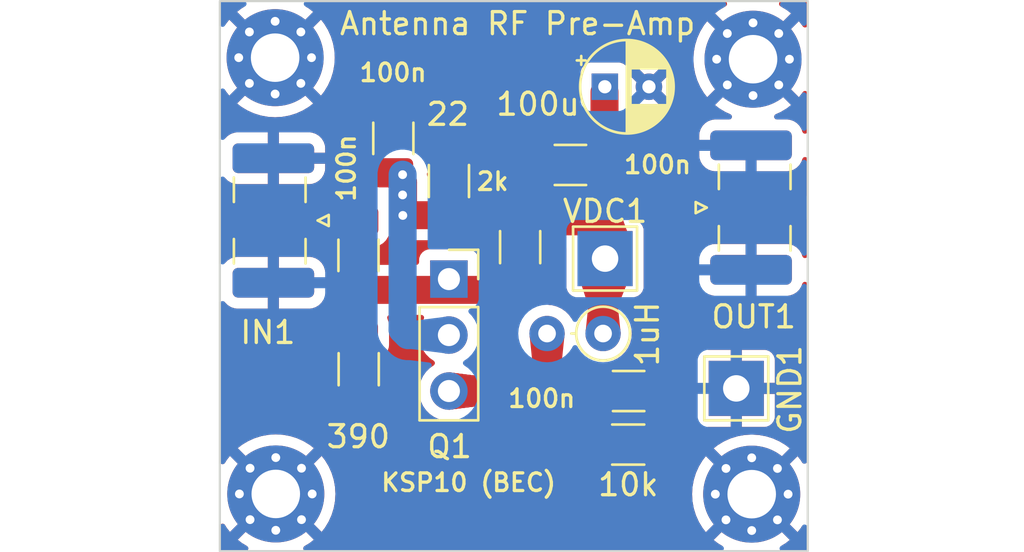
<source format=kicad_pcb>
(kicad_pcb (version 20240225) (generator "pcbnew") (generator_version "8.99")
  (layers (0 "F.Cu" signal) (31 "B.Cu" signal) (34 "B.Paste" user) (35 "F.Paste" user) (36 "B.SilkS" user "B.Silkscreen") (37 "F.SilkS" user "F.Silkscreen") (38 "B.Mask" user) (39 "F.Mask" user) (44 "Edge.Cuts" user))
  (net 0 "")
  (net 1 "GND")
  (net 2 "Net-(IN1-In)")
  (net 3 "Net-(OUT1-In)")
  (net 4 "+12V")
  (net 5 "Net-(Q1-B)")
  (net 6 "Net-(Q1-E)")
  (net 7 "Net-(Q1-C)")
  (footprint "Capacitor_SMD:C_1206_3216Metric_Pad1.33x1.80mm_HandSolder" (layer "F.Cu") (at 101.24 100.5)
    (property "Reference" "C2" (hide yes))
    (property "Value" "100n" (at 3.95 -0.01 180) (layer "F.SilkS") (effects (font (size 0.8 0.8))))
    (fp_line (start -0.711252 -0.91) (end 0.711252 -0.91) (stroke (width 0.12)) (layer "F.SilkS"))
    (fp_line (start -0.711252 0.91) (end 0.711252 0.91) (stroke (width 0.12)) (layer "F.SilkS"))
    (pad "1" smd roundrect (at -1.5625 0) (size 1.325 1.8) (layers "F.Cu" "F.Paste" "F.Mask") (roundrect_rratio 0.188679) (net 1 "GND"))
    (pad "2" smd roundrect (at 1.5625 0) (size 1.325 1.8) (layers "F.Cu" "F.Paste" "F.Mask") (roundrect_rratio 0.188679) (net 4 "+12V"))
  )
  (footprint "Resistor_SMD:R_1206_3216Metric_Pad1.30x1.75mm_HandSolder" (layer "F.Cu") (at 103.86 113.19)
    (property "Reference" "R2" (hide yes))
    (property "Value" "10k" (at 0 1.82 0) (layer "F.SilkS"))
    (fp_line (start -0.727064 -0.91) (end 0.727064 -0.91) (stroke (width 0.12)) (layer "F.SilkS"))
    (fp_line (start -0.727064 0.91) (end 0.727064 0.91) (stroke (width 0.12)) (layer "F.SilkS"))
    (pad "1" smd roundrect (at -1.55 0) (size 1.3 1.75) (layers "F.Cu" "F.Paste" "F.Mask") (roundrect_rratio 0.192308) (net 1 "GND"))
    (pad "2" smd roundrect (at 1.55 0) (size 1.3 1.75) (layers "F.Cu" "F.Paste" "F.Mask") (roundrect_rratio 0.192308) (net 3 "Net-(OUT1-In)"))
  )
  (footprint "TestPoint:TestPoint_THTPad_2.5x2.5mm_Drill1.2mm" (layer "F.Cu") (at 102.81 104.75)
    (property "Reference" "VDC1" (at 0 -2.148 0) (layer "F.SilkS"))
    (property "Value" "Conn_01x01" (hide yes))
    (fp_line (start -1.45 -1.45) (end 1.45 -1.45) (stroke (width 0.12)) (layer "F.SilkS"))
    (fp_line (start -1.45 1.45) (end -1.45 -1.45) (stroke (width 0.12)) (layer "F.SilkS"))
    (fp_line (start 1.45 -1.45) (end 1.45 1.45) (stroke (width 0.12)) (layer "F.SilkS"))
    (fp_line (start 1.45 1.45) (end -1.45 1.45) (stroke (width 0.12)) (layer "F.SilkS"))
    (pad "1" thru_hole rect (at 0 0) (size 2.5 2.5) (drill 1.2) (layers "*.Cu" "*.Mask") (net 4 "+12V"))
  )
  (footprint "Connector_PinSocket_2.54mm:PinSocket_1x03_P2.54mm_Vertical" (layer "F.Cu") (at 95.73 105.68)
    (property "Reference" "Q1" (at 0.03 7.6 0) (layer "F.SilkS"))
    (property "Value" "KSP10" (hide yes))
    (fp_line (start -1.33 1.27) (end -1.33 6.41) (stroke (width 0.12)) (layer "F.SilkS"))
    (fp_line (start -1.33 1.27) (end 1.33 1.27) (stroke (width 0.12)) (layer "F.SilkS"))
    (fp_line (start -1.33 6.41) (end 1.33 6.41) (stroke (width 0.12)) (layer "F.SilkS"))
    (fp_line (start 0 -1.33) (end 1.33 -1.33) (stroke (width 0.12)) (layer "F.SilkS"))
    (fp_line (start 1.33 -1.33) (end 1.33 0) (stroke (width 0.12)) (layer "F.SilkS"))
    (fp_line (start 1.33 1.27) (end 1.33 6.41) (stroke (width 0.12)) (layer "F.SilkS"))
    (pad "1" thru_hole rect (at 0 0) (size 1.7 1.7) (drill 1) (layers "*.Cu" "*.Mask") (net 5 "Net-(Q1-B)"))
    (pad "2" thru_hole oval (at 0 2.54) (size 1.7 1.7) (drill 1) (layers "*.Cu" "*.Mask") (net 6 "Net-(Q1-E)"))
    (pad "3" thru_hole oval (at 0 5.08) (size 1.7 1.7) (drill 1) (layers "*.Cu" "*.Mask") (net 7 "Net-(Q1-C)"))
  )
  (footprint "Capacitor_SMD:C_1206_3216Metric_Pad1.33x1.80mm_HandSolder" (layer "F.Cu") (at 91.63 104.6025 -90)
    (property "Reference" "C1" (hide yes))
    (property "Value" "100n" (at -3.9625 0.55 90) (layer "F.SilkS") (effects (font (size 0.8 0.8))))
    (fp_line (start -0.711252 0.91) (end 0.711252 0.91) (stroke (width 0.12)) (layer "F.SilkS"))
    (fp_line (start -0.711252 -0.91) (end 0.711252 -0.91) (stroke (width 0.12)) (layer "F.SilkS"))
    (pad "1" smd roundrect (at -1.5625 0 270) (size 1.325 1.8) (layers "F.Cu" "F.Paste" "F.Mask") (roundrect_rratio 0.188679) (net 2 "Net-(IN1-In)"))
    (pad "2" smd roundrect (at 1.5625 0 270) (size 1.325 1.8) (layers "F.Cu" "F.Paste" "F.Mask") (roundrect_rratio 0.188679) (net 5 "Net-(Q1-B)"))
  )
  (footprint "Resistor_SMD:R_1206_3216Metric_Pad1.30x1.75mm_HandSolder" (layer "F.Cu") (at 95.73 101.23 -90)
    (property "Reference" "R5" (hide yes))
    (property "Value" "22" (at -3.03 0.05 180) (layer "F.SilkS"))
    (fp_line (start -0.727064 0.91) (end 0.727064 0.91) (stroke (width 0.12)) (layer "F.SilkS"))
    (fp_line (start -0.727064 -0.91) (end 0.727064 -0.91) (stroke (width 0.12)) (layer "F.SilkS"))
    (pad "1" smd roundrect (at -1.55 0 270) (size 1.3 1.75) (layers "F.Cu" "F.Paste" "F.Mask") (roundrect_rratio 0.1923076923) (net 1 "GND"))
    (pad "2" smd roundrect (at 1.55 0 270) (size 1.3 1.75) (layers "F.Cu" "F.Paste" "F.Mask") (roundrect_rratio 0.1923076923) (net 6 "Net-(Q1-E)"))
  )
  (footprint "Connector_Coaxial:SMA_Samtec_SMA-J-P-H-ST-EM1_EdgeMount" (layer "F.Cu") (at 109.68 102.435)
    (property "Reference" "OUT1" (at -0.13 4.955 180) (layer "F.SilkS"))
    (property "Value" "SMA" (hide yes))
    (fp_line (start -2.76 -0.25) (end -2.76 0.25) (stroke (width 0.12)) (layer "F.SilkS"))
    (fp_line (start -2.76 0.25) (end -2.26 0) (stroke (width 0.12)) (layer "F.SilkS"))
    (fp_line (start -2.26 0) (end -2.76 -0.25) (stroke (width 0.12)) (layer "F.SilkS"))
    (fp_line (start -1.71 -0.84) (end -1.71 -1.95) (stroke (width 0.12)) (layer "F.SilkS"))
    (fp_line (start -1.71 1.95) (end -1.71 0.84) (stroke (width 0.12)) (layer "F.SilkS"))
    (fp_line (start 1.54 -0.84) (end 1.54 -1.95) (stroke (width 0.12)) (layer "F.SilkS"))
    (fp_line (start 1.54 1.95) (end 1.54 0.84) (stroke (width 0.12)) (layer "F.SilkS"))
    (pad "1" smd roundrect (at 0 0 90) (size 1.27 3.2) (layers "F.Cu" "F.Mask") (roundrect_rratio 0.1968503937) (net 3 "Net-(OUT1-In)"))
    (pad "2" smd roundrect (at -0.25 -2.825 90) (size 1.35 3.7) (layers "F.Cu" "F.Mask") (roundrect_rratio 0.1851851852) (net 1 "GND"))
    (pad "2" smd roundrect (at -0.25 -2.825 90) (size 1.35 3.7) (layers "B.Cu" "B.Mask") (roundrect_rratio 0.1851851852) (net 1 "GND"))
    (pad "2" smd roundrect (at -0.25 2.825 90) (size 1.35 3.7) (layers "F.Cu" "F.Mask") (roundrect_rratio 0.1851851852) (net 1 "GND"))
    (pad "2" smd roundrect (at -0.25 2.825 90) (size 1.35 3.7) (layers "B.Cu" "B.Mask") (roundrect_rratio 0.1851851852) (net 1 "GND"))
  )
  (footprint "Connector_Coaxial:SMA_Samtec_SMA-J-P-H-ST-EM1_EdgeMount" (layer "F.Cu") (at 87.52 103.02 180)
    (property "Reference" "IN1" (at 0 -5.08 0) (layer "F.SilkS"))
    (property "Value" "SMA")
    (fp_line (start 1.54 1.95) (end 1.54 0.84) (stroke (width 0.12)) (layer "F.SilkS"))
    (fp_line (start 1.54 -0.84) (end 1.54 -1.95) (stroke (width 0.12)) (layer "F.SilkS"))
    (fp_line (start -1.71 1.95) (end -1.71 0.84) (stroke (width 0.12)) (layer "F.SilkS"))
    (fp_line (start -1.71 -0.84) (end -1.71 -1.95) (stroke (width 0.12)) (layer "F.SilkS"))
    (fp_line (start -2.26 0) (end -2.76 -0.25) (stroke (width 0.12)) (layer "F.SilkS"))
    (fp_line (start -2.76 0.25) (end -2.26 0) (stroke (width 0.12)) (layer "F.SilkS"))
    (fp_line (start -2.76 -0.25) (end -2.76 0.25) (stroke (width 0.12)) (layer "F.SilkS"))
    (pad "1" smd roundrect (at 0 0 270) (size 1.27 3.2) (layers "F.Cu" "F.Mask") (roundrect_rratio 0.1968503937) (net 2 "Net-(IN1-In)"))
    (pad "2" smd roundrect (at -0.25 -2.825 270) (size 1.35 3.7) (layers "F.Cu" "F.Mask") (roundrect_rratio 0.1851851852) (net 1 "GND"))
    (pad "2" smd roundrect (at -0.25 -2.825 270) (size 1.35 3.7) (layers "B.Cu" "B.Mask") (roundrect_rratio 0.1851851852) (net 1 "GND"))
    (pad "2" smd roundrect (at -0.25 2.825 270) (size 1.35 3.7) (layers "F.Cu" "F.Mask") (roundrect_rratio 0.1851851852) (net 1 "GND"))
    (pad "2" smd roundrect (at -0.25 2.825 270) (size 1.35 3.7) (layers "B.Cu" "B.Mask") (roundrect_rratio 0.1851851852) (net 1 "GND"))
  )
  (footprint "MountingHole:MountingHole_2.2mm_M2_Pad_Via" (layer "F.Cu") (at 87.85 95.63)
    (property "Reference" "H1" (hide yes))
    (property "Value" "MountingHole_Pad" (hide yes))
    (pad "1" thru_hole circle (at -1.65 0) (size 0.7 0.7) (drill 0.4) (layers "*.Cu" "*.Mask") (net 1 "GND"))
    (pad "1" thru_hole circle (at -1.166726 -1.166726) (size 0.7 0.7) (drill 0.4) (layers "*.Cu" "*.Mask") (net 1 "GND"))
    (pad "1" thru_hole circle (at -1.166726 1.166726) (size 0.7 0.7) (drill 0.4) (layers "*.Cu" "*.Mask") (net 1 "GND"))
    (pad "1" thru_hole circle (at 0 -1.65) (size 0.7 0.7) (drill 0.4) (layers "*.Cu" "*.Mask") (net 1 "GND"))
    (pad "1" thru_hole circle (at 0 0) (size 4.4 4.4) (drill 2.2) (layers "*.Cu" "*.Mask") (net 1 "GND"))
    (pad "1" thru_hole circle (at 0 1.65) (size 0.7 0.7) (drill 0.4) (layers "*.Cu" "*.Mask") (net 1 "GND"))
    (pad "1" thru_hole circle (at 1.166726 -1.166726) (size 0.7 0.7) (drill 0.4) (layers "*.Cu" "*.Mask") (net 1 "GND"))
    (pad "1" thru_hole circle (at 1.166726 1.166726) (size 0.7 0.7) (drill 0.4) (layers "*.Cu" "*.Mask") (net 1 "GND"))
    (pad "1" thru_hole circle (at 1.65 0) (size 0.7 0.7) (drill 0.4) (layers "*.Cu" "*.Mask") (net 1 "GND"))
  )
  (footprint "Capacitor_THT:CP_Radial_D4.0mm_P2.00mm" (layer "F.Cu") (at 102.8 96.95)
    (property "Reference" "C3" (hide yes))
    (property "Value" "100u" (at -3.03 0.79 0) (layer "F.SilkS"))
    (fp_line (start -1.269801 -1.195) (end -0.869801 -1.195) (stroke (width 0.12)) (layer "F.SilkS"))
    (fp_line (start -1.069801 -1.395) (end -1.069801 -0.995) (stroke (width 0.12)) (layer "F.SilkS"))
    (fp_line (start 1 -2.08) (end 1 2.08) (stroke (width 0.12)) (layer "F.SilkS"))
    (fp_line (start 1.04 -2.08) (end 1.04 2.08) (stroke (width 0.12)) (layer "F.SilkS"))
    (fp_line (start 1.08 -2.079) (end 1.08 2.079) (stroke (width 0.12)) (layer "F.SilkS"))
    (fp_line (start 1.12 -2.077) (end 1.12 2.077) (stroke (width 0.12)) (layer "F.SilkS"))
    (fp_line (start 1.16 -2.074) (end 1.16 2.074) (stroke (width 0.12)) (layer "F.SilkS"))
    (fp_line (start 1.2 -2.071) (end 1.2 -0.84) (stroke (width 0.12)) (layer "F.SilkS"))
    (fp_line (start 1.2 0.84) (end 1.2 2.071) (stroke (width 0.12)) (layer "F.SilkS"))
    (fp_line (start 1.24 -2.067) (end 1.24 -0.84) (stroke (width 0.12)) (layer "F.SilkS"))
    (fp_line (start 1.24 0.84) (end 1.24 2.067) (stroke (width 0.12)) (layer "F.SilkS"))
    (fp_line (start 1.28 -2.062) (end 1.28 -0.84) (stroke (width 0.12)) (layer "F.SilkS"))
    (fp_line (start 1.28 0.84) (end 1.28 2.062) (stroke (width 0.12)) (layer "F.SilkS"))
    (fp_line (start 1.32 -2.056) (end 1.32 -0.84) (stroke (width 0.12)) (layer "F.SilkS"))
    (fp_line (start 1.32 0.84) (end 1.32 2.056) (stroke (width 0.12)) (layer "F.SilkS"))
    (fp_line (start 1.36 -2.05) (end 1.36 -0.84) (stroke (width 0.12)) (layer "F.SilkS"))
    (fp_line (start 1.36 0.84) (end 1.36 2.05) (stroke (width 0.12)) (layer "F.SilkS"))
    (fp_line (start 1.4 -2.042) (end 1.4 -0.84) (stroke (width 0.12)) (layer "F.SilkS"))
    (fp_line (start 1.4 0.84) (end 1.4 2.042) (stroke (width 0.12)) (layer "F.SilkS"))
    (fp_line (start 1.44 -2.034) (end 1.44 -0.84) (stroke (width 0.12)) (layer "F.SilkS"))
    (fp_line (start 1.44 0.84) (end 1.44 2.034) (stroke (width 0.12)) (layer "F.SilkS"))
    (fp_line (start 1.48 -2.025) (end 1.48 -0.84) (stroke (width 0.12)) (layer "F.SilkS"))
    (fp_line (start 1.48 0.84) (end 1.48 2.025) (stroke (width 0.12)) (layer "F.SilkS"))
    (fp_line (start 1.52 -2.016) (end 1.52 -0.84) (stroke (width 0.12)) (layer "F.SilkS"))
    (fp_line (start 1.52 0.84) (end 1.52 2.016) (stroke (width 0.12)) (layer "F.SilkS"))
    (fp_line (start 1.56 -2.005) (end 1.56 -0.84) (stroke (width 0.12)) (layer "F.SilkS"))
    (fp_line (start 1.56 0.84) (end 1.56 2.005) (stroke (width 0.12)) (layer "F.SilkS"))
    (fp_line (start 1.6 -1.994) (end 1.6 -0.84) (stroke (width 0.12)) (layer "F.SilkS"))
    (fp_line (start 1.6 0.84) (end 1.6 1.994) (stroke (width 0.12)) (layer "F.SilkS"))
    (fp_line (start 1.64 -1.982) (end 1.64 -0.84) (stroke (width 0.12)) (layer "F.SilkS"))
    (fp_line (start 1.64 0.84) (end 1.64 1.982) (stroke (width 0.12)) (layer "F.SilkS"))
    (fp_line (start 1.68 -1.968) (end 1.68 -0.84) (stroke (width 0.12)) (layer "F.SilkS"))
    (fp_line (start 1.68 0.84) (end 1.68 1.968) (stroke (width 0.12)) (layer "F.SilkS"))
    (fp_line (start 1.721 -1.954) (end 1.721 -0.84) (stroke (width 0.12)) (layer "F.SilkS"))
    (fp_line (start 1.721 0.84) (end 1.721 1.954) (stroke (width 0.12)) (layer "F.SilkS"))
    (fp_line (start 1.761 -1.94) (end 1.761 -0.84) (stroke (width 0.12)) (layer "F.SilkS"))
    (fp_line (start 1.761 0.84) (end 1.761 1.94) (stroke (width 0.12)) (layer "F.SilkS"))
    (fp_line (start 1.801 -1.924) (end 1.801 -0.84) (stroke (width 0.12)) (layer "F.SilkS"))
    (fp_line (start 1.801 0.84) (end 1.801 1.924) (stroke (width 0.12)) (layer "F.SilkS"))
    (fp_line (start 1.841 -1.907) (end 1.841 -0.84) (stroke (width 0.12)) (layer "F.SilkS"))
    (fp_line (start 1.841 0.84) (end 1.841 1.907) (stroke (width 0.12)) (layer "F.SilkS"))
    (fp_line (start 1.881 -1.889) (end 1.881 -0.84) (stroke (width 0.12)) (layer "F.SilkS"))
    (fp_line (start 1.881 0.84) (end 1.881 1.889) (stroke (width 0.12)) (layer "F.SilkS"))
    (fp_line (start 1.921 -1.87) (end 1.921 -0.84) (stroke (width 0.12)) (layer "F.SilkS"))
    (fp_line (start 1.921 0.84) (end 1.921 1.87) (stroke (width 0.12)) (layer "F.SilkS"))
    (fp_line (start 1.961 -1.851) (end 1.961 -0.84) (stroke (width 0.12)) (layer "F.SilkS"))
    (fp_line (start 1.961 0.84) (end 1.961 1.851) (stroke (width 0.12)) (layer "F.SilkS"))
    (fp_line (start 2.001 -1.83) (end 2.001 -0.84) (stroke (width 0.12)) (layer "F.SilkS"))
    (fp_line (start 2.001 0.84) (end 2.001 1.83) (stroke (width 0.12)) (layer "F.SilkS"))
    (fp_line (start 2.041 -1.808) (end 2.041 -0.84) (stroke (width 0.12)) (layer "F.SilkS"))
    (fp_line (start 2.041 0.84) (end 2.041 1.808) (stroke (width 0.12)) (layer "F.SilkS"))
    (fp_line (start 2.081 -1.785) (end 2.081 -0.84) (stroke (width 0.12)) (layer "F.SilkS"))
    (fp_line (start 2.081 0.84) (end 2.081 1.785) (stroke (width 0.12)) (layer "F.SilkS"))
    (fp_line (start 2.121 -1.76) (end 2.121 -0.84) (stroke (width 0.12)) (layer "F.SilkS"))
    (fp_line (start 2.121 0.84) (end 2.121 1.76) (stroke (width 0.12)) (layer "F.SilkS"))
    (fp_line (start 2.161 -1.735) (end 2.161 -0.84) (stroke (width 0.12)) (layer "F.SilkS"))
    (fp_line (start 2.161 0.84) (end 2.161 1.735) (stroke (width 0.12)) (layer "F.SilkS"))
    (fp_line (start 2.201 -1.708) (end 2.201 -0.84) (stroke (width 0.12)) (layer "F.SilkS"))
    (fp_line (start 2.201 0.84) (end 2.201 1.708) (stroke (width 0.12)) (layer "F.SilkS"))
    (fp_line (start 2.241 -1.68) (end 2.241 -0.84) (stroke (width 0.12)) (layer "F.SilkS"))
    (fp_line (start 2.241 0.84) (end 2.241 1.68) (stroke (width 0.12)) (layer "F.SilkS"))
    (fp_line (start 2.281 -1.65) (end 2.281 -0.84) (stroke (width 0.12)) (layer "F.SilkS"))
    (fp_line (start 2.281 0.84) (end 2.281 1.65) (stroke (width 0.12)) (layer "F.SilkS"))
    (fp_line (start 2.321 -1.619) (end 2.321 -0.84) (stroke (width 0.12)) (layer "F.SilkS"))
    (fp_line (start 2.321 0.84) (end 2.321 1.619) (stroke (width 0.12)) (layer "F.SilkS"))
    (fp_line (start 2.361 -1.587) (end 2.361 -0.84) (stroke (width 0.12)) (layer "F.SilkS"))
    (fp_line (start 2.361 0.84) (end 2.361 1.587) (stroke (width 0.12)) (layer "F.SilkS"))
    (fp_line (start 2.401 -1.552) (end 2.401 -0.84) (stroke (width 0.12)) (layer "F.SilkS"))
    (fp_line (start 2.401 0.84) (end 2.401 1.552) (stroke (width 0.12)) (layer "F.SilkS"))
    (fp_line (start 2.441 -1.516) (end 2.441 -0.84) (stroke (width 0.12)) (layer "F.SilkS"))
    (fp_line (start 2.441 0.84) (end 2.441 1.516) (stroke (width 0.12)) (layer "F.SilkS"))
    (fp_line (start 2.481 -1.478) (end 2.481 -0.84) (stroke (width 0.12)) (layer "F.SilkS"))
    (fp_line (start 2.481 0.84) (end 2.481 1.478) (stroke (width 0.12)) (layer "F.SilkS"))
    (fp_line (start 2.521 -1.438) (end 2.521 -0.84) (stroke (width 0.12)) (layer "F.SilkS"))
    (fp_line (start 2.521 0.84) (end 2.521 1.438) (stroke (width 0.12)) (layer "F.SilkS"))
    (fp_line (start 2.561 -1.396) (end 2.561 -0.84) (stroke (width 0.12)) (layer "F.SilkS"))
    (fp_line (start 2.561 0.84) (end 2.561 1.396) (stroke (width 0.12)) (layer "F.SilkS"))
    (fp_line (start 2.601 -1.351) (end 2.601 -0.84) (stroke (width 0.12)) (layer "F.SilkS"))
    (fp_line (start 2.601 0.84) (end 2.601 1.351) (stroke (width 0.12)) (layer "F.SilkS"))
    (fp_line (start 2.641 -1.304) (end 2.641 -0.84) (stroke (width 0.12)) (layer "F.SilkS"))
    (fp_line (start 2.641 0.84) (end 2.641 1.304) (stroke (width 0.12)) (layer "F.SilkS"))
    (fp_line (start 2.681 -1.254) (end 2.681 -0.84) (stroke (width 0.12)) (layer "F.SilkS"))
    (fp_line (start 2.681 0.84) (end 2.681 1.254) (stroke (width 0.12)) (layer "F.SilkS"))
    (fp_line (start 2.721 -1.2) (end 2.721 -0.84) (stroke (width 0.12)) (layer "F.SilkS"))
    (fp_line (start 2.721 0.84) (end 2.721 1.2) (stroke (width 0.12)) (layer "F.SilkS"))
    (fp_line (start 2.761 -1.142) (end 2.761 -0.84) (stroke (width 0.12)) (layer "F.SilkS"))
    (fp_line (start 2.761 0.84) (end 2.761 1.142) (stroke (width 0.12)) (layer "F.SilkS"))
    (fp_line (start 2.801 -1.08) (end 2.801 -0.84) (stroke (width 0.12)) (layer "F.SilkS"))
    (fp_line (start 2.801 0.84) (end 2.801 1.08) (stroke (width 0.12)) (layer "F.SilkS"))
    (fp_line (start 2.841 -1.013) (end 2.841 1.013) (stroke (width 0.12)) (layer "F.SilkS"))
    (fp_line (start 2.881 -0.94) (end 2.881 0.94) (stroke (width 0.12)) (layer "F.SilkS"))
    (fp_line (start 2.921 -0.859) (end 2.921 0.859) (stroke (width 0.12)) (layer "F.SilkS"))
    (fp_line (start 2.961 -0.768) (end 2.961 0.768) (stroke (width 0.12)) (layer "F.SilkS"))
    (fp_line (start 3.001 -0.664) (end 3.001 0.664) (stroke (width 0.12)) (layer "F.SilkS"))
    (fp_line (start 3.041 -0.537) (end 3.041 0.537) (stroke (width 0.12)) (layer "F.SilkS"))
    (fp_line (start 3.081 -0.37) (end 3.081 0.37) (stroke (width 0.12)) (layer "F.SilkS"))
    (fp_circle (center 1 0) (end 3.12 0) (stroke (width 0.12)) (fill none) (layer "F.SilkS"))
    (pad "1" thru_hole rect (at 0 0) (size 1.2 1.2) (drill 0.6) (layers "*.Cu" "*.Mask") (net 4 "+12V"))
    (pad "2" thru_hole circle (at 2 0) (size 1.2 1.2) (drill 0.6) (layers "*.Cu" "*.Mask") (net 1 "GND"))
  )
  (footprint "TestPoint:TestPoint_THTPad_2.5x2.5mm_Drill1.2mm" (layer "F.Cu") (at 108.76 110.64)
    (property "Reference" "GND1" (at 2.43 0.05 90) (layer "F.SilkS"))
    (property "Value" "Conn_01x01" (hide yes))
    (fp_line (start -1.45 -1.45) (end 1.45 -1.45) (stroke (width 0.12)) (layer "F.SilkS"))
    (fp_line (start -1.45 1.45) (end -1.45 -1.45) (stroke (width 0.12)) (layer "F.SilkS"))
    (fp_line (start 1.45 -1.45) (end 1.45 1.45) (stroke (width 0.12)) (layer "F.SilkS"))
    (fp_line (start 1.45 1.45) (end -1.45 1.45) (stroke (width 0.12)) (layer "F.SilkS"))
    (pad "1" thru_hole rect (at 0 0) (size 2.5 2.5) (drill 1.2) (layers "*.Cu" "*.Mask") (net 1 "GND"))
  )
  (footprint "MountingHole:MountingHole_2.2mm_M2_Pad_Via" (layer "F.Cu") (at 109.52 95.7)
    (property "Reference" "H2" (hide yes))
    (property "Value" "MountingHole_Pad" (hide yes))
    (pad "1" thru_hole circle (at -1.65 0) (size 0.7 0.7) (drill 0.4) (layers "*.Cu" "*.Mask") (net 1 "GND"))
    (pad "1" thru_hole circle (at -1.166726 -1.166726) (size 0.7 0.7) (drill 0.4) (layers "*.Cu" "*.Mask") (net 1 "GND"))
    (pad "1" thru_hole circle (at -1.166726 1.166726) (size 0.7 0.7) (drill 0.4) (layers "*.Cu" "*.Mask") (net 1 "GND"))
    (pad "1" thru_hole circle (at 0 -1.65) (size 0.7 0.7) (drill 0.4) (layers "*.Cu" "*.Mask") (net 1 "GND"))
    (pad "1" thru_hole circle (at 0 0) (size 4.4 4.4) (drill 2.2) (layers "*.Cu" "*.Mask") (net 1 "GND"))
    (pad "1" thru_hole circle (at 0 1.65) (size 0.7 0.7) (drill 0.4) (layers "*.Cu" "*.Mask") (net 1 "GND"))
    (pad "1" thru_hole circle (at 1.166726 -1.166726) (size 0.7 0.7) (drill 0.4) (layers "*.Cu" "*.Mask") (net 1 "GND"))
    (pad "1" thru_hole circle (at 1.166726 1.166726) (size 0.7 0.7) (drill 0.4) (layers "*.Cu" "*.Mask") (net 1 "GND"))
    (pad "1" thru_hole circle (at 1.65 0) (size 0.7 0.7) (drill 0.4) (layers "*.Cu" "*.Mask") (net 1 "GND"))
  )
  (footprint "Capacitor_SMD:C_1206_3216Metric_Pad1.33x1.80mm_HandSolder" (layer "F.Cu") (at 103.88 110.76)
    (property "Reference" "C5" (hide yes))
    (property "Value" "100n" (at -3.94 0.34 0) (layer "F.SilkS") (effects (font (size 0.8 0.8))))
    (fp_line (start -0.711252 -0.91) (end 0.711252 -0.91) (stroke (width 0.12)) (layer "F.SilkS"))
    (fp_line (start -0.711252 0.91) (end 0.711252 0.91) (stroke (width 0.12)) (layer "F.SilkS"))
    (pad "1" smd roundrect (at -1.5625 0) (size 1.325 1.8) (layers "F.Cu" "F.Paste" "F.Mask") (roundrect_rratio 0.188679) (net 7 "Net-(Q1-C)"))
    (pad "2" smd roundrect (at 1.5625 0) (size 1.325 1.8) (layers "F.Cu" "F.Paste" "F.Mask") (roundrect_rratio 0.188679) (net 3 "Net-(OUT1-In)"))
  )
  (footprint "Capacitor_SMD:C_1206_3216Metric_Pad1.33x1.80mm_HandSolder" (layer "F.Cu") (at 93.21 99.2925 -90)
    (property "Reference" "C4" (hide yes))
    (property "Value" "100n" (at -2.9825 0.01 180) (layer "F.SilkS") (effects (font (size 0.8 0.8))))
    (fp_line (start -0.711252 0.91) (end 0.711252 0.91) (stroke (width 0.12)) (layer "F.SilkS"))
    (fp_line (start -0.711252 -0.91) (end 0.711252 -0.91) (stroke (width 0.12)) (layer "F.SilkS"))
    (pad "1" smd roundrect (at -1.5625 0 270) (size 1.325 1.8) (layers "F.Cu" "F.Paste" "F.Mask") (roundrect_rratio 0.188679) (net 1 "GND"))
    (pad "2" smd roundrect (at 1.5625 0 270) (size 1.325 1.8) (layers "F.Cu" "F.Paste" "F.Mask") (roundrect_rratio 0.188679) (net 6 "Net-(Q1-E)"))
  )
  (footprint "MountingHole:MountingHole_2.2mm_M2_Pad_Via" (layer "F.Cu") (at 87.88 115.43)
    (property "Reference" "H3" (hide yes))
    (property "Value" "MountingHole_Pad" (hide yes))
    (pad "1" thru_hole circle (at -1.65 0) (size 0.7 0.7) (drill 0.4) (layers "*.Cu" "*.Mask") (net 1 "GND"))
    (pad "1" thru_hole circle (at -1.166726 -1.166726) (size 0.7 0.7) (drill 0.4) (layers "*.Cu" "*.Mask") (net 1 "GND"))
    (pad "1" thru_hole circle (at -1.166726 1.166726) (size 0.7 0.7) (drill 0.4) (layers "*.Cu" "*.Mask") (net 1 "GND"))
    (pad "1" thru_hole circle (at 0 -1.65) (size 0.7 0.7) (drill 0.4) (layers "*.Cu" "*.Mask") (net 1 "GND"))
    (pad "1" thru_hole circle (at 0 0) (size 4.4 4.4) (drill 2.2) (layers "*.Cu" "*.Mask") (net 1 "GND"))
    (pad "1" thru_hole circle (at 0 1.65) (size 0.7 0.7) (drill 0.4) (layers "*.Cu" "*.Mask") (net 1 "GND"))
    (pad "1" thru_hole circle (at 1.166726 -1.166726) (size 0.7 0.7) (drill 0.4) (layers "*.Cu" "*.Mask") (net 1 "GND"))
    (pad "1" thru_hole circle (at 1.166726 1.166726) (size 0.7 0.7) (drill 0.4) (layers "*.Cu" "*.Mask") (net 1 "GND"))
    (pad "1" thru_hole circle (at 1.65 0) (size 0.7 0.7) (drill 0.4) (layers "*.Cu" "*.Mask") (net 1 "GND"))
  )
  (footprint "Inductor_THT:L_Axial_L5.3mm_D2.2mm_P2.54mm_Vertical_Vishay_IM-1" (layer "F.Cu") (at 102.72 108.15 180)
    (property "Reference" "L1" (hide yes))
    (property "Value" "1uH" (at -2.01 -0.02 -90) (layer "F.SilkS"))
    (fp_line (start 1.22 0) (end 1.44 0) (stroke (width 0.12)) (layer "F.SilkS"))
    (fp_circle (center 0 0) (end 1.22 0) (stroke (width 0.12)) (fill none) (layer "F.SilkS"))
    (pad "1" thru_hole circle (at 0 0 180) (size 1.6 1.6) (drill 0.8) (layers "*.Cu" "*.Mask") (net 4 "+12V"))
    (pad "2" thru_hole oval (at 2.54 0 180) (size 1.6 1.6) (drill 0.8) (layers "*.Cu" "*.Mask") (net 7 "Net-(Q1-C)"))
  )
  (footprint "Resistor_SMD:R_1206_3216Metric_Pad1.30x1.75mm_HandSolder" (layer "F.Cu") (at 98.96 104.23 -90)
    (property "Reference" "R3" (hide yes))
    (property "Value" "2k" (at -2.98 1.25 180) (layer "F.SilkS") (effects (font (size 0.8 0.8))))
    (fp_line (start -0.727064 0.91) (end 0.727064 0.91) (stroke (width 0.12)) (layer "F.SilkS"))
    (fp_line (start -0.727064 -0.91) (end 0.727064 -0.91) (stroke (width 0.12)) (layer "F.SilkS"))
    (pad "1" smd roundrect (at -1.55 0 270) (size 1.3 1.75) (layers "F.Cu" "F.Paste" "F.Mask") (roundrect_rratio 0.192308) (net 4 "+12V"))
    (pad "2" smd roundrect (at 1.55 0 270) (size 1.3 1.75) (layers "F.Cu" "F.Paste" "F.Mask") (roundrect_rratio 0.192308) (net 5 "Net-(Q1-B)"))
  )
  (footprint "Resistor_SMD:R_1206_3216Metric_Pad1.30x1.75mm_HandSolder" (layer "F.Cu") (at 91.64 109.77 90)
    (property "Reference" "R4" (hide yes))
    (property "Value" "390" (at -3.06 -0.02 0) (layer "F.SilkS"))
    (fp_line (start -0.727064 -0.91) (end 0.727064 -0.91) (stroke (width 0.12)) (layer "F.SilkS"))
    (fp_line (start -0.727064 0.91) (end 0.727064 0.91) (stroke (width 0.12)) (layer "F.SilkS"))
    (pad "1" smd roundrect (at -1.55 0 90) (size 1.3 1.75) (layers "F.Cu" "F.Paste" "F.Mask") (roundrect_rratio 0.192308) (net 1 "GND"))
    (pad "2" smd roundrect (at 1.55 0 90) (size 1.3 1.75) (layers "F.Cu" "F.Paste" "F.Mask") (roundrect_rratio 0.192308) (net 5 "Net-(Q1-B)"))
  )
  (footprint "MountingHole:MountingHole_2.2mm_M2_Pad_Via" (layer "F.Cu") (at 109.46 115.44)
    (property "Reference" "H4" (hide yes))
    (property "Value" "MountingHole_Pad" (hide yes))
    (pad "1" thru_hole circle (at -1.65 0) (size 0.7 0.7) (drill 0.4) (layers "*.Cu" "*.Mask") (net 1 "GND"))
    (pad "1" thru_hole circle (at -1.166726 -1.166726) (size 0.7 0.7) (drill 0.4) (layers "*.Cu" "*.Mask") (net 1 "GND"))
    (pad "1" thru_hole circle (at -1.166726 1.166726) (size 0.7 0.7) (drill 0.4) (layers "*.Cu" "*.Mask") (net 1 "GND"))
    (pad "1" thru_hole circle (at 0 -1.65) (size 0.7 0.7) (drill 0.4) (layers "*.Cu" "*.Mask") (net 1 "GND"))
    (pad "1" thru_hole circle (at 0 0) (size 4.4 4.4) (drill 2.2) (layers "*.Cu" "*.Mask") (net 1 "GND"))
    (pad "1" thru_hole circle (at 0 1.65) (size 0.7 0.7) (drill 0.4) (layers "*.Cu" "*.Mask") (net 1 "GND"))
    (pad "1" thru_hole circle (at 1.166726 -1.166726) (size 0.7 0.7) (drill 0.4) (layers "*.Cu" "*.Mask") (net 1 "GND"))
    (pad "1" thru_hole circle (at 1.166726 1.166726) (size 0.7 0.7) (drill 0.4) (layers "*.Cu" "*.Mask") (net 1 "GND"))
    (pad "1" thru_hole circle (at 1.65 0) (size 0.7 0.7) (drill 0.4) (layers "*.Cu" "*.Mask") (net 1 "GND"))
  )
  (gr_rect (start 85.344 93.063) (end 112.0006 118.028) (stroke (width 0.1)) (fill none) (layer "Edge.Cuts"))
  (gr_text "KSP10 (BEC)" (at 92.58 115.38 0) (layer "F.SilkS") (effects (font (size 0.8 0.8)) (justify left bottom)))
  (gr_text "Antenna RF Pre-Amp" (at 90.7 94.67 0) (layer "F.SilkS") (effects (font (size 1 1)) (justify left bottom)))
  (segment (start 91.63 103.04) (end 87.54 103.04) (width 1.27) (layer "F.Cu") (net 2))
  (segment (start 106.235 103.67) (end 106.235 103.12) (width 1.27) (layer "F.Cu") (net 3))
  (segment (start 106.235 103.12) (end 106.92 102.435) (width 1.27) (layer "F.Cu") (net 3))
  (segment (start 109.68 102.435) (end 106.92 102.435) (width 1.27) (layer "F.Cu") (net 3))
  (segment (start 106.235 112.12) (end 106.235 112.365) (width 1.27) (layer "F.Cu") (net 3))
  (segment (start 106.235 103.67) (end 106.235 112.12) (width 1.27) (layer "F.Cu") (net 3))
  (segment (start 106.235 112.365) (end 105.41 113.19) (width 1.27) (layer "F.Cu") (net 3))
  (segment (start 102.79 103.06) (end 102.81 103.08) (width 1.27) (layer "F.Cu") (net 4))
  (segment (start 102.81 105.12) (end 102.81 103.08) (width 1.27) (layer "F.Cu") (net 4))
  (segment (start 99.42 103.06) (end 102.79 103.06) (width 1.27) (layer "F.Cu") (net 4))
  (segment (start 102.81 103.08) (end 102.81 100.5075) (width 1.27) (layer "F.Cu") (net 4))
  (segment (start 102.72 108.15) (end 102.72 104.84) (width 1.27) (layer "F.Cu") (net 4))
  (segment (start 102.785 97.2) (end 102.785 100.4825) (width 1.27) (layer "F.Cu") (net 4))
  (segment (start 91.64 108.22) (end 91.64 106.175) (width 1.27) (layer "F.Cu") (net 5))
  (segment (start 98.96 106.16) (end 98.97 106.17) (width 1.27) (layer "F.Cu") (net 5))
  (segment (start 98.96 105.78) (end 98.96 106.16) (width 1.27) (layer "F.Cu") (net 5))
  (segment (start 98.97 106.17) (end 91.635 106.17) (width 1.27) (layer "F.Cu") (net 5))
  (segment (start 95.73 102.78) (end 93.83 102.78) (width 1.27) (layer "F.Cu") (net 6))
  (segment (start 93.83 102.78) (end 93.65 102.6) (width 1.27) (layer "F.Cu") (net 6))
  (segment (start 93.65 102.6) (end 93.65 101.295) (width 1.27) (layer "F.Cu") (net 6))
  (segment (start 93.65 101.295) (end 93.21 100.855) (width 1.27) (layer "F.Cu") (net 6))
  (via (at 93.64 102.79) (size 0.8) (drill 0.4) (layers "F.Cu" "B.Cu") (net 6))
  (via (at 93.63 101.86) (size 0.8) (drill 0.4) (layers "F.Cu" "B.Cu") (net 6))
  (via (at 93.63 100.94) (size 0.8) (drill 0.4) (layers "F.Cu" "B.Cu") (net 6))
  (segment (start 93.63 100.94) (end 93.63 107.98) (width 1.27) (layer "B.Cu") (net 6))
  (segment (start 93.87 108.22) (end 95.73 108.22) (width 1.27) (layer "B.Cu") (net 6))
  (segment (start 93.63 107.98) (end 93.87 108.22) (width 1.27) (layer "B.Cu") (net 6))
  (segment (start 95.73 110.76) (end 102.1375 110.76) (width 1.27) (layer "F.Cu") (net 7))
  (segment (start 100 110.5575) (end 100.18 110.3775) (width 1.27) (layer "F.Cu") (net 7))
  (segment (start 95.73 110.76) (end 102.3175 110.76) (width 1.27) (layer "F.Cu") (net 7))
  (segment (start 100.97 110.76) (end 100 110.76) (width 1.27) (layer "F.Cu") (net 7))
  (segment (start 100 110.76) (end 100 110.5575) (width 1.27) (layer "F.Cu") (net 7))
  (segment (start 100.18 110.3775) (end 100.18 108.15) (width 1.27) (layer "F.Cu") (net 7))
  (segment (start 102.1375 110.76) (end 102.2775 110.62) (width 1.27) (layer "F.Cu") (net 7))
  (segment (start 101.7 110.76) (end 100.97 110.76) (width 1.27) (layer "F.Cu") (net 7))
  (segment (start 100 110.76) (end 95.73 110.76) (width 1.27) (layer "F.Cu") (net 7))
  (zone (net 1) (net_name "GND") (layer "F.Cu") (connect_pads (clearance 0.5)) (min_thickness 0.25) (fill yes (thermal_gap 0.5) (thermal_bridge_width 0.5))
    (polygon (pts (xy 85.384 93.117) (xy 112.026 93.047) (xy 111.966 117.998) (xy 85.324 118.068)))
  )
  (zone (net 1) (net_name "GND") (layer "B.Cu") (priority 1) (connect_pads (clearance 0.5)) (min_thickness 0.25) (fill yes (thermal_gap 0.5) (thermal_bridge_width 0.5))
    (polygon (pts (xy 85.32 93.06) (xy 85.35 118.04) (xy 111.98 118.07) (xy 111.95 93.09)))
  )
)
</source>
